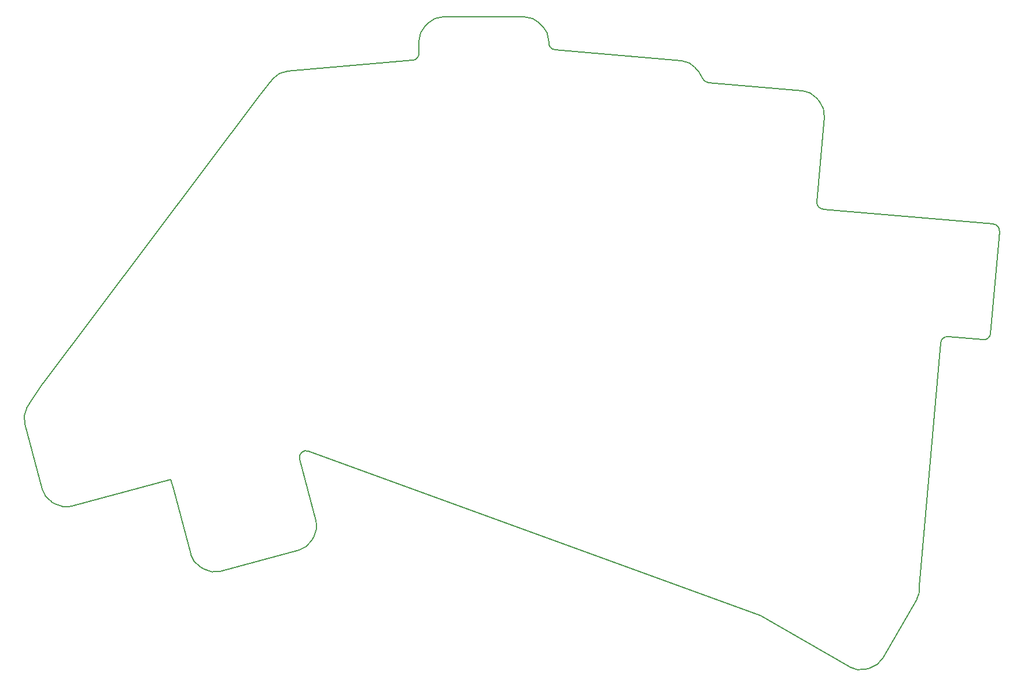
<source format=gbr>
%TF.GenerationSoftware,KiCad,Pcbnew,(6.0.4)*%
%TF.CreationDate,2022-04-14T15:36:21+01:00*%
%TF.ProjectId,axo,61786f2e-6b69-4636-9164-5f7063625858,VERSION_HERE*%
%TF.SameCoordinates,Original*%
%TF.FileFunction,Profile,NP*%
%FSLAX46Y46*%
G04 Gerber Fmt 4.6, Leading zero omitted, Abs format (unit mm)*
G04 Created by KiCad (PCBNEW (6.0.4)) date 2022-04-14 15:36:21*
%MOMM*%
%LPD*%
G01*
G04 APERTURE LIST*
%TA.AperFunction,Profile*%
%ADD10C,0.150000*%
%TD*%
G04 APERTURE END LIST*
D10*
X180841865Y-78889156D02*
G75*
G03*
X179963211Y-81010506I2247735J-2173644D01*
G01*
X230045727Y-165181127D02*
G75*
G03*
X229887748Y-165107459I-500027J-866073D01*
G01*
X264925915Y-108907638D02*
G75*
G03*
X264016808Y-107824282I-996215J87138D01*
G01*
X148566876Y-158346737D02*
X147955173Y-157993572D01*
X262535159Y-124759592D02*
X257404756Y-124310739D01*
X263618510Y-123850552D02*
X264925846Y-108907632D01*
X162497794Y-142254086D02*
X164909315Y-151254002D01*
X158171966Y-87075065D02*
X158625490Y-86534576D01*
X239111939Y-105645389D02*
X264016806Y-107824281D01*
X197584534Y-78389186D02*
X198083988Y-78888638D01*
X230045728Y-165181126D02*
X243036109Y-172681128D01*
X262535157Y-124759610D02*
G75*
G03*
X263618509Y-123850552I87143J996210D01*
G01*
X221444993Y-86449210D02*
G75*
G03*
X222299703Y-87109570I941907J335810D01*
G01*
X148566856Y-158346770D02*
G75*
G03*
X150843332Y-158646437I1481244J2455870D01*
G01*
X243036098Y-172681146D02*
G75*
G03*
X245313315Y-172980628I1500002J2598246D01*
G01*
X183463212Y-77510513D02*
G75*
G03*
X181341892Y-78389186I-12J-2999987D01*
G01*
X124840388Y-146665776D02*
G75*
G03*
X126229063Y-148490447I2872512J745376D01*
G01*
X143658708Y-145256423D02*
X144018000Y-146558000D01*
X220463320Y-84987329D02*
G75*
G03*
X218426147Y-83926521I-2298620J-1927771D01*
G01*
X160662658Y-85473774D02*
G75*
G03*
X158625490Y-86534576I190342J-2852026D01*
G01*
X198963212Y-81010506D02*
X198963213Y-81307404D01*
X245995578Y-172797811D02*
G75*
G03*
X247817198Y-171400038I-776478J2897811D01*
G01*
X238147873Y-89378693D02*
X238601897Y-89919774D01*
X164609229Y-153531131D02*
X164256061Y-154142833D01*
X252817198Y-162739784D02*
X247817199Y-171400037D01*
X239292329Y-92109602D02*
G75*
G03*
X238601897Y-89919774I-2988529J261502D01*
G01*
X150843332Y-158646437D02*
X162434442Y-155540610D01*
X257404759Y-124310709D02*
G75*
G03*
X256321405Y-125219778I-87159J-996191D01*
G01*
X180841894Y-78889184D02*
X181341892Y-78389186D01*
X183463212Y-77510506D02*
X195463214Y-77510506D01*
X253207947Y-160806776D02*
X256321406Y-125219778D01*
X126840075Y-148843258D02*
G75*
G03*
X129116550Y-149142925I1500025J2598558D01*
G01*
X158171966Y-87075065D02*
G75*
G03*
X156337000Y-89408000I35917334J-30138835D01*
G01*
X146556764Y-156171554D02*
G75*
G03*
X147955173Y-157993572I2897836J776454D01*
G01*
X245995579Y-172797816D02*
X245313315Y-172980628D01*
X179050373Y-83865105D02*
G75*
G03*
X179963212Y-82868854I-87173J996205D01*
G01*
X179963212Y-82868851D02*
X179963211Y-81010506D01*
X122582834Y-134723702D02*
X122936000Y-134112000D01*
X222299704Y-87109571D02*
X236110711Y-88317877D01*
X126840094Y-148843225D02*
X126229063Y-148490447D01*
X252817208Y-162739790D02*
G75*
G03*
X253207887Y-160980396I-2598108J1499990D01*
G01*
X163805760Y-141055524D02*
G75*
G03*
X162497794Y-142254086I-342060J-939676D01*
G01*
X220463313Y-84987335D02*
X220916836Y-85527825D01*
X124840363Y-146665782D02*
X122301638Y-137052218D01*
X160662657Y-85473763D02*
X179050368Y-83865047D01*
X124967997Y-131063998D02*
G75*
G03*
X122936000Y-134112000I22612803J-17276502D01*
G01*
X198963195Y-81307404D02*
G75*
G03*
X199876057Y-82303601I1000005J4D01*
G01*
X197584526Y-78389194D02*
G75*
G03*
X195463213Y-77510506I-2121326J-2121306D01*
G01*
X146556725Y-156171564D02*
X144018000Y-146558000D01*
X238147890Y-89378679D02*
G75*
G03*
X236110710Y-88317876I-2298690J-1927921D01*
G01*
X198963236Y-81010506D02*
G75*
G03*
X198083988Y-78888638I-2999936J6D01*
G01*
X164609200Y-153531114D02*
G75*
G03*
X164909315Y-151254002I-2597800J1500714D01*
G01*
X238202914Y-104562037D02*
G75*
G03*
X239111937Y-105645386I996186J-87163D01*
G01*
X238202901Y-104562036D02*
X239292347Y-92109604D01*
X253207942Y-160806776D02*
G75*
G03*
X253207887Y-160980395I996258J-87124D01*
G01*
X221444934Y-86449231D02*
G75*
G03*
X220916836Y-85527825I-2825834J-1007569D01*
G01*
X162434440Y-155540604D02*
G75*
G03*
X164256061Y-154142833I-788440J2913404D01*
G01*
X122582815Y-134723691D02*
G75*
G03*
X122301638Y-137052218I2585185J-1493409D01*
G01*
X199876056Y-82303600D02*
X218426147Y-83926521D01*
X124968000Y-131064000D02*
X156337000Y-89408000D01*
X129116550Y-149142925D02*
X143658708Y-145256423D01*
X163805741Y-141055575D02*
X229887749Y-165107459D01*
M02*

</source>
